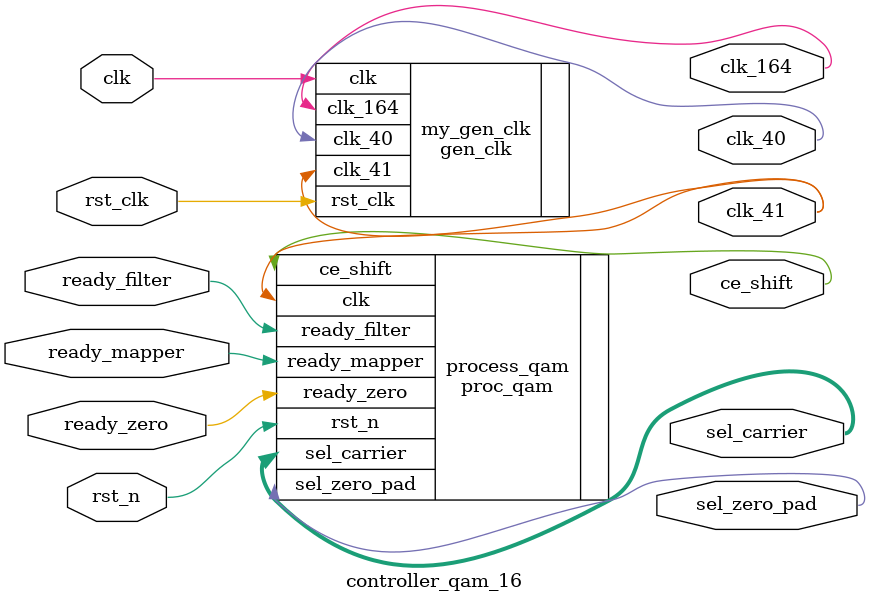
<source format=v>
module	controller_qam_16
#(
	parameter	wid_count = 4
)

(
	input		clk,
	input		rst_clk,
	input		rst_n,
	input		ready_mapper,
	input		ready_zero,
	input		ready_filter,
	output	clk_164,	//clk_164=164clk
	output	clk_41,	//clk_41=41clk	: su dung cho khoi zero_padder va filter
	output	clk_40,	//clk_40=40clk	: su dung cho khoi pilot
	output							sel_zero_pad,
	output							ce_shift,
	output	[wid_count-1:0]	sel_carrier
);
////////////////////////////////////////////////////
//Sinh clock tu clock chuan
gen_clk	
	my_gen_clk(
			.clk(clk),
			.rst_clk(rst_clk),
			.clk_164(clk_164),
			.clk_41(clk_41),
			.clk_40(clk_40)
	);
/////////////////////////////////////////////////////	
//dau ra tin hieu dieu khien
proc_qam	#	(.wid_count(wid_count))
	process_qam(
			.clk(clk_41),
			.rst_n(rst_n),
			.ready_mapper(ready_mapper),
			.ready_filter(ready_filter),
			.ready_zero(ready_zero),
			.sel_zero_pad(sel_zero_pad),
			.sel_carrier(sel_carrier),
			.ce_shift(ce_shift)
	);
	
endmodule

</source>
